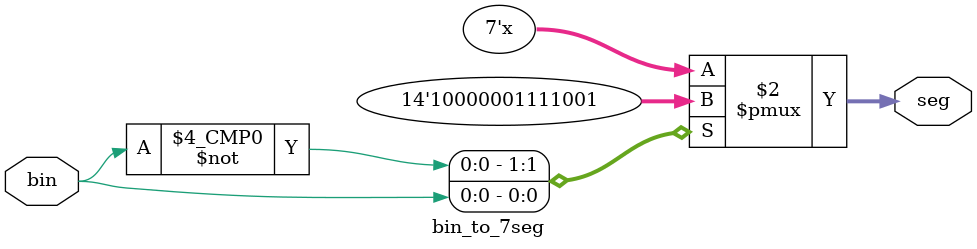
<source format=sv>
module top (
    input logic [9:0] SW,       // SW0 - SW9
    input logic [3:0] KEY,      // KEY0 - KEY3
    output logic [3:0] LEDR,    // LEDR0 - LEDR3 para flags C, Z, N, V
    output logic [6:0] HEX0,    // HEX0 - HEX3 para mostrar resultado
    output logic [6:0] HEX1,
    output logic [6:0] HEX2,
    output logic [6:0] HEX3
);

    logic [3:0] A, B;         // Operandos
    logic [3:0] opcode;       // Código de operación
    logic [3:0] result;       // Resultado de la ALU
    logic C, Z, N, V;         // Flags

    // Asignar switches a A y B
    assign A = SW[3:0];       // SW0 - SW3 → A
    assign B = SW[7:4];       // SW4 - SW7 → B

    // Lógica para definir opcode según SW8 y SW9
    always_comb begin
        if (SW[9] == 0 && SW[8] == 0) begin
            // Operaciones aritméticas: Suma, Resta, Multiplicación, División
            case (~KEY)                   // Invertir KEY para activo bajo
                4'b0001: opcode = 4'b0000; // KEY0: Suma
                4'b0010: opcode = 4'b0001; // KEY1: Resta
                4'b0100: opcode = 4'b0010; // KEY2: Multiplicación
                4'b1000: opcode = 4'b0011; // KEY3: División
                default: opcode = 4'b0000;
            endcase
        end
        else if (SW[9] == 1 && SW[8] == 0) begin
            // Operaciones lógicas: Mod, AND, OR, XOR
            case (~KEY)
                4'b0001: opcode = 4'b0100; // KEY0: Modulo
                4'b0010: opcode = 4'b0101; // KEY1: AND
                4'b0100: opcode = 4'b0110; // KEY2: OR
                4'b1000: opcode = 4'b0111; // KEY3: XOR
                default: opcode = 4'b0100;
            endcase
        end
        else if (SW[9] == 1 && SW[8] == 1) begin
            // Operaciones de Shift: Shift Left, Shift Right
            case (~KEY)
                4'b0001: opcode = 4'b1000; // KEY0: Shift Left
                4'b0010: opcode = 4'b1001; // KEY1: Shift Right
                default: opcode = 4'b1000;
            endcase
        end
        else begin
            opcode = 4'b0000;
        end
    end

    // Instancia de la ALU
    ALU #(4) alu_inst (
        .A(A),
        .B(B),
        .opcode(opcode),
        .result(result),
        .N(N),
        .Z(Z),
        .C(C),
        .V(V)
    );

    // Mapear flags a los LEDR
    assign LEDR[0] = C;
    assign LEDR[1] = Z;
    assign LEDR[2] = N;
    assign LEDR[3] = V;

    // Mostrar resultado en HEX0-HEX3
    bin_to_7seg b0 (.bin(result[0]), .seg(HEX0));
    bin_to_7seg b1 (.bin(result[1]), .seg(HEX1));
    bin_to_7seg b2 (.bin(result[2]), .seg(HEX2));
    bin_to_7seg b3 (.bin(result[3]), .seg(HEX3));

endmodule

// Conversión de binario a display de 7 segmentos
module bin_to_7seg(
    input logic bin,
    output logic [6:0] seg
);

    always_comb begin
        case (bin)
            4'b0000: seg = 7'b1000000;  // 0
            4'b0001: seg = 7'b1111001;  // 1
            default: seg = 7'b1111111;  // Apagado si es inválido
        endcase
    end
endmodule

</source>
